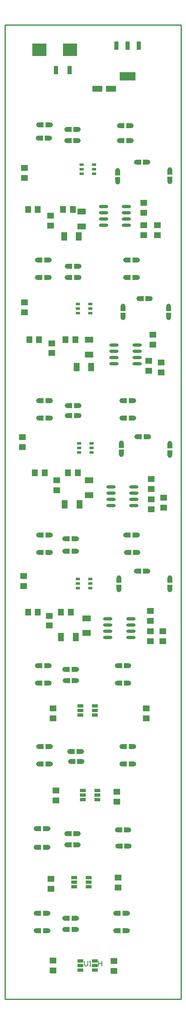
<source format=gtp>
G04 Layer_Color=8421504*
%FSLAX44Y44*%
%MOMM*%
G71*
G01*
G75*
%ADD10R,1.8000X1.1500*%
%ADD11R,1.1500X1.8000*%
%ADD12R,1.4500X1.2000*%
G04:AMPARAMS|DCode=13|XSize=0.65mm|YSize=1.2mm|CornerRadius=0.0488mm|HoleSize=0mm|Usage=FLASHONLY|Rotation=90.000|XOffset=0mm|YOffset=0mm|HoleType=Round|Shape=RoundedRectangle|*
%AMROUNDEDRECTD13*
21,1,0.6500,1.1025,0,0,90.0*
21,1,0.5525,1.2000,0,0,90.0*
1,1,0.0975,0.5513,0.2762*
1,1,0.0975,0.5513,-0.2762*
1,1,0.0975,-0.5513,-0.2762*
1,1,0.0975,-0.5513,0.2762*
%
%ADD13ROUNDEDRECTD13*%
%ADD14C,1.0000*%
%ADD15R,1.0000X1.0000*%
%ADD16O,1.9000X0.6000*%
G04:AMPARAMS|DCode=17|XSize=0.55mm|YSize=0.8mm|CornerRadius=0.0495mm|HoleSize=0mm|Usage=FLASHONLY|Rotation=90.000|XOffset=0mm|YOffset=0mm|HoleType=Round|Shape=RoundedRectangle|*
%AMROUNDEDRECTD17*
21,1,0.5500,0.7010,0,0,90.0*
21,1,0.4510,0.8000,0,0,90.0*
1,1,0.0990,0.3505,0.2255*
1,1,0.0990,0.3505,-0.2255*
1,1,0.0990,-0.3505,-0.2255*
1,1,0.0990,-0.3505,0.2255*
%
%ADD17ROUNDEDRECTD17*%
%ADD18R,1.2000X1.4500*%
%ADD19R,1.0000X1.0000*%
G04:AMPARAMS|DCode=20|XSize=3.2mm|YSize=1.75mm|CornerRadius=0.0525mm|HoleSize=0mm|Usage=FLASHONLY|Rotation=0.000|XOffset=0mm|YOffset=0mm|HoleType=Round|Shape=RoundedRectangle|*
%AMROUNDEDRECTD20*
21,1,3.2000,1.6450,0,0,0.0*
21,1,3.0950,1.7500,0,0,0.0*
1,1,0.1050,1.5475,-0.8225*
1,1,0.1050,-1.5475,-0.8225*
1,1,0.1050,-1.5475,0.8225*
1,1,0.1050,1.5475,0.8225*
%
%ADD20ROUNDEDRECTD20*%
G04:AMPARAMS|DCode=21|XSize=0.9mm|YSize=1.75mm|CornerRadius=0.0495mm|HoleSize=0mm|Usage=FLASHONLY|Rotation=0.000|XOffset=0mm|YOffset=0mm|HoleType=Round|Shape=RoundedRectangle|*
%AMROUNDEDRECTD21*
21,1,0.9000,1.6510,0,0,0.0*
21,1,0.8010,1.7500,0,0,0.0*
1,1,0.0990,0.4005,-0.8255*
1,1,0.0990,-0.4005,-0.8255*
1,1,0.0990,-0.4005,0.8255*
1,1,0.0990,0.4005,0.8255*
%
%ADD21ROUNDEDRECTD21*%
%ADD22R,2.0000X1.2000*%
%ADD23R,0.9500X1.7000*%
%ADD24R,2.9500X2.5500*%
%ADD27C,0.2540*%
%ADD28C,0.2032*%
D10*
X166370Y-1242774D02*
D03*
Y-1212774D02*
D03*
X171450Y-961154D02*
D03*
Y-931154D02*
D03*
Y-674134D02*
D03*
Y-644134D02*
D03*
X156210Y-412514D02*
D03*
Y-382514D02*
D03*
D11*
X114540Y-1250950D02*
D03*
X144540D02*
D03*
X122160Y-980440D02*
D03*
X152160D02*
D03*
X146290Y-699774D02*
D03*
X176290D02*
D03*
X120890Y-433074D02*
D03*
X150890D02*
D03*
D12*
X283210Y-364654D02*
D03*
Y-384654D02*
D03*
X222880Y-1932784D02*
D03*
Y-1912784D02*
D03*
X97790Y-1931514D02*
D03*
Y-1911514D02*
D03*
X90170Y-1207774D02*
D03*
Y-1227774D02*
D03*
X297180Y-1239684D02*
D03*
Y-1259684D02*
D03*
Y-1197774D02*
D03*
Y-1217774D02*
D03*
X322580Y-1259684D02*
D03*
Y-1239684D02*
D03*
X38100Y-1126654D02*
D03*
Y-1146654D02*
D03*
X105410Y-931074D02*
D03*
Y-951074D02*
D03*
X298450Y-970444D02*
D03*
Y-990444D02*
D03*
Y-928534D02*
D03*
Y-948534D02*
D03*
X323850Y-986634D02*
D03*
Y-966634D02*
D03*
X35560Y-843444D02*
D03*
Y-863444D02*
D03*
X95250Y-651514D02*
D03*
Y-671514D02*
D03*
X293370Y-687234D02*
D03*
Y-707234D02*
D03*
X302260Y-633894D02*
D03*
Y-653894D02*
D03*
X318770Y-711044D02*
D03*
Y-691044D02*
D03*
X39370Y-567854D02*
D03*
Y-587854D02*
D03*
X92710Y-391324D02*
D03*
Y-411324D02*
D03*
X283210Y-410374D02*
D03*
Y-430374D02*
D03*
X311150D02*
D03*
Y-410374D02*
D03*
X39370Y-293534D02*
D03*
Y-313534D02*
D03*
X228600Y-1567344D02*
D03*
Y-1587344D02*
D03*
X288290Y-1397164D02*
D03*
Y-1417164D02*
D03*
X104140Y-1564804D02*
D03*
Y-1584804D02*
D03*
X97790Y-1397164D02*
D03*
Y-1417164D02*
D03*
X93980Y-1745144D02*
D03*
Y-1765144D02*
D03*
X231140Y-1742604D02*
D03*
Y-1762604D02*
D03*
D13*
X170960Y-1741834D02*
D03*
Y-1751334D02*
D03*
Y-1760834D02*
D03*
X141460D02*
D03*
Y-1751334D02*
D03*
Y-1741834D02*
D03*
X153670Y-1912014D02*
D03*
Y-1921514D02*
D03*
Y-1931014D02*
D03*
X183170D02*
D03*
Y-1921514D02*
D03*
Y-1912014D02*
D03*
X188740Y-1564034D02*
D03*
Y-1573534D02*
D03*
Y-1583034D02*
D03*
X159240D02*
D03*
Y-1573534D02*
D03*
Y-1564034D02*
D03*
X183660Y-1391314D02*
D03*
Y-1400814D02*
D03*
Y-1410314D02*
D03*
X154160D02*
D03*
Y-1400814D02*
D03*
Y-1391314D02*
D03*
D14*
X121920Y-1824994D02*
D03*
X146050D02*
D03*
X121920Y-1847854D02*
D03*
X146050D02*
D03*
X250190Y-1814834D02*
D03*
X226060D02*
D03*
X250190Y-1850394D02*
D03*
X226060D02*
D03*
X63500Y-1814834D02*
D03*
X87630D02*
D03*
X63500Y-1850394D02*
D03*
X87630D02*
D03*
X267970Y-1116334D02*
D03*
X292100D02*
D03*
X336550Y-1130304D02*
D03*
Y-1154434D02*
D03*
X232410Y-1130304D02*
D03*
Y-1154434D02*
D03*
X270510Y-1042674D02*
D03*
X246380D02*
D03*
X271780Y-1078234D02*
D03*
X247650D02*
D03*
X68580Y-1042674D02*
D03*
X92710D02*
D03*
X68580Y-1078234D02*
D03*
X92710D02*
D03*
X121920Y-1050294D02*
D03*
X146050D02*
D03*
X121920Y-1075694D02*
D03*
X146050D02*
D03*
X269240Y-842014D02*
D03*
X293370D02*
D03*
X336550Y-855984D02*
D03*
Y-880114D02*
D03*
X237490Y-854714D02*
D03*
Y-878844D02*
D03*
X262890Y-768354D02*
D03*
X238760D02*
D03*
X262890Y-803914D02*
D03*
X238760D02*
D03*
X68580Y-768354D02*
D03*
X92710D02*
D03*
X68580Y-803914D02*
D03*
X92710D02*
D03*
X127000Y-778514D02*
D03*
X151130D02*
D03*
X127000Y-798834D02*
D03*
X151130D02*
D03*
X273050Y-560074D02*
D03*
X297180D02*
D03*
X334010Y-575314D02*
D03*
Y-599444D02*
D03*
X241300Y-575314D02*
D03*
Y-599444D02*
D03*
X270510Y-481334D02*
D03*
X246380D02*
D03*
X270510Y-516894D02*
D03*
X246380D02*
D03*
X66040Y-481334D02*
D03*
X90170D02*
D03*
X66040Y-516894D02*
D03*
X90170D02*
D03*
X126840Y-494034D02*
D03*
X150970D02*
D03*
X127000Y-516894D02*
D03*
X151130D02*
D03*
X267970Y-281334D02*
D03*
X292100D02*
D03*
X336550Y-297184D02*
D03*
Y-321314D02*
D03*
X229870Y-298454D02*
D03*
Y-322584D02*
D03*
X257810Y-207014D02*
D03*
X233680D02*
D03*
X257810Y-237494D02*
D03*
X233680D02*
D03*
X68580Y-205744D02*
D03*
X92710D02*
D03*
X67310Y-232414D02*
D03*
X91440D02*
D03*
X125730Y-214634D02*
D03*
X149860D02*
D03*
X125730Y-237494D02*
D03*
X149860D02*
D03*
X156210Y-1484634D02*
D03*
X132080D02*
D03*
X146050Y-1316994D02*
D03*
X121920D02*
D03*
X157480Y-1504954D02*
D03*
X133350D02*
D03*
X146540Y-1339854D02*
D03*
X122410D02*
D03*
X238760Y-1474474D02*
D03*
X262890D02*
D03*
X229240Y-1309374D02*
D03*
X253370D02*
D03*
X238760Y-1510034D02*
D03*
X262890D02*
D03*
X229240Y-1344934D02*
D03*
X253370D02*
D03*
X92710Y-1474474D02*
D03*
X68580D02*
D03*
X90170Y-1309374D02*
D03*
X66040D02*
D03*
X92710Y-1510034D02*
D03*
X68580D02*
D03*
X90170Y-1344934D02*
D03*
X66040D02*
D03*
X87630Y-1680214D02*
D03*
X63500D02*
D03*
X87630Y-1642114D02*
D03*
X63500D02*
D03*
X229870Y-1677674D02*
D03*
X254000D02*
D03*
X229240Y-1644654D02*
D03*
X253370D02*
D03*
X149860Y-1675134D02*
D03*
X125730D02*
D03*
X149860Y-1652274D02*
D03*
X125730D02*
D03*
D15*
X127000Y-1824994D02*
D03*
X140970D02*
D03*
X127000Y-1847854D02*
D03*
X140970D02*
D03*
X245110Y-1814834D02*
D03*
X231140D02*
D03*
X245110Y-1850394D02*
D03*
X231140D02*
D03*
X68580Y-1814834D02*
D03*
X82550D02*
D03*
X68580Y-1850394D02*
D03*
X82550D02*
D03*
X273050Y-1116334D02*
D03*
X287020D02*
D03*
X265430Y-1042674D02*
D03*
X251460D02*
D03*
X266700Y-1078234D02*
D03*
X252730D02*
D03*
X73660Y-1042674D02*
D03*
X87630D02*
D03*
X73660Y-1078234D02*
D03*
X87630D02*
D03*
X127000Y-1050294D02*
D03*
X140970D02*
D03*
X127000Y-1075694D02*
D03*
X140970D02*
D03*
X274320Y-842014D02*
D03*
X288290D02*
D03*
X257810Y-768354D02*
D03*
X243840D02*
D03*
X257810Y-803914D02*
D03*
X243840D02*
D03*
X73660Y-768354D02*
D03*
X87630D02*
D03*
X73660Y-803914D02*
D03*
X87630D02*
D03*
X132080Y-778514D02*
D03*
X146050D02*
D03*
X132080Y-798834D02*
D03*
X146050D02*
D03*
X278130Y-560074D02*
D03*
X292100D02*
D03*
X265430Y-481334D02*
D03*
X251460D02*
D03*
X265430Y-516894D02*
D03*
X251460D02*
D03*
X71120Y-481334D02*
D03*
X85090D02*
D03*
X71120Y-516894D02*
D03*
X85090D02*
D03*
X131920Y-494034D02*
D03*
X145890D02*
D03*
X132080Y-516894D02*
D03*
X146050D02*
D03*
X273050Y-281334D02*
D03*
X287020D02*
D03*
X252730Y-207014D02*
D03*
X238760D02*
D03*
X252730Y-237494D02*
D03*
X238760D02*
D03*
X73660Y-205744D02*
D03*
X87630D02*
D03*
X72390Y-232414D02*
D03*
X86360D02*
D03*
X130810Y-214634D02*
D03*
X144780D02*
D03*
X130810Y-237494D02*
D03*
X144780D02*
D03*
X151130Y-1484634D02*
D03*
X137160D02*
D03*
X140970Y-1316994D02*
D03*
X127000D02*
D03*
X152400Y-1504954D02*
D03*
X138430D02*
D03*
X141460Y-1339854D02*
D03*
X127490D02*
D03*
X243840Y-1474474D02*
D03*
X257810D02*
D03*
X234320Y-1309374D02*
D03*
X248290D02*
D03*
X243840Y-1510034D02*
D03*
X257810D02*
D03*
X234320Y-1344934D02*
D03*
X248290D02*
D03*
X87630Y-1474474D02*
D03*
X73660D02*
D03*
X85090Y-1309374D02*
D03*
X71120D02*
D03*
X87630Y-1510034D02*
D03*
X73660D02*
D03*
X85090Y-1344934D02*
D03*
X71120D02*
D03*
X82550Y-1680214D02*
D03*
X68580D02*
D03*
X82550Y-1642114D02*
D03*
X68580D02*
D03*
X234950Y-1677674D02*
D03*
X248920D02*
D03*
X234320Y-1644654D02*
D03*
X248290D02*
D03*
X144780Y-1675134D02*
D03*
X130810D02*
D03*
X144780Y-1652274D02*
D03*
X130810D02*
D03*
D16*
X257180Y-1252224D02*
D03*
Y-1239524D02*
D03*
Y-1226824D02*
D03*
Y-1214124D02*
D03*
X210180Y-1252224D02*
D03*
Y-1239524D02*
D03*
Y-1226824D02*
D03*
Y-1214124D02*
D03*
X263530Y-982984D02*
D03*
Y-970284D02*
D03*
Y-957584D02*
D03*
Y-944884D02*
D03*
X216530Y-982984D02*
D03*
Y-970284D02*
D03*
Y-957584D02*
D03*
Y-944884D02*
D03*
X269880Y-693424D02*
D03*
Y-680724D02*
D03*
Y-668024D02*
D03*
Y-655324D02*
D03*
X222880Y-693424D02*
D03*
Y-680724D02*
D03*
Y-668024D02*
D03*
Y-655324D02*
D03*
X248290Y-410374D02*
D03*
Y-397674D02*
D03*
Y-384974D02*
D03*
Y-372274D02*
D03*
X201290Y-410374D02*
D03*
Y-397674D02*
D03*
Y-384974D02*
D03*
Y-372274D02*
D03*
D17*
X174040Y-1132234D02*
D03*
Y-1141734D02*
D03*
Y-1151234D02*
D03*
X148540D02*
D03*
Y-1141734D02*
D03*
Y-1132234D02*
D03*
X176580Y-855374D02*
D03*
Y-864874D02*
D03*
Y-874374D02*
D03*
X151080D02*
D03*
Y-864874D02*
D03*
Y-855374D02*
D03*
X174040Y-570894D02*
D03*
Y-580394D02*
D03*
Y-589894D02*
D03*
X148540D02*
D03*
Y-580394D02*
D03*
Y-570894D02*
D03*
X181660Y-286414D02*
D03*
Y-295914D02*
D03*
Y-305414D02*
D03*
X156160D02*
D03*
Y-295914D02*
D03*
Y-286414D02*
D03*
D18*
X134460Y-1200154D02*
D03*
X114460D02*
D03*
X66990D02*
D03*
X46990D02*
D03*
X148430Y-915674D02*
D03*
X128430D02*
D03*
X81120D02*
D03*
X61120D02*
D03*
X143350Y-643894D02*
D03*
X123350D02*
D03*
X69530D02*
D03*
X49530D02*
D03*
X138270Y-378464D02*
D03*
X118270D02*
D03*
X66990D02*
D03*
X46990D02*
D03*
D19*
X336550Y-1135384D02*
D03*
Y-1149354D02*
D03*
X232410Y-1135384D02*
D03*
Y-1149354D02*
D03*
X336550Y-861064D02*
D03*
Y-875034D02*
D03*
X237490Y-859794D02*
D03*
Y-873764D02*
D03*
X334010Y-580394D02*
D03*
Y-594364D02*
D03*
X241300Y-580394D02*
D03*
Y-594364D02*
D03*
X336550Y-302264D02*
D03*
Y-316234D02*
D03*
X229870Y-303534D02*
D03*
Y-317504D02*
D03*
D20*
X250190Y-106184D02*
D03*
D21*
X227190Y-43684D02*
D03*
X250190D02*
D03*
X273190D02*
D03*
D22*
X188740Y-132084D02*
D03*
X216740D02*
D03*
D23*
X104270Y-93984D02*
D03*
X132270D02*
D03*
D24*
X70350Y-52074D02*
D03*
X132850D02*
D03*
D27*
X0Y-1990000D02*
Y-1274D01*
Y-1990000D02*
X359410D01*
X0Y-1274D02*
X359410D01*
Y-1990000D02*
Y-1274D01*
D28*
X162070Y-1912627D02*
Y-1921091D01*
X163763Y-1922784D01*
X167148D01*
X168841Y-1921091D01*
Y-1912627D01*
X172227Y-1922784D02*
X175612D01*
X173920D01*
Y-1912627D01*
X172227Y-1914320D01*
X180691Y-1924477D02*
X187462D01*
X190847Y-1912627D02*
Y-1922784D01*
Y-1917706D01*
X197619D01*
Y-1912627D01*
Y-1922784D01*
M02*

</source>
